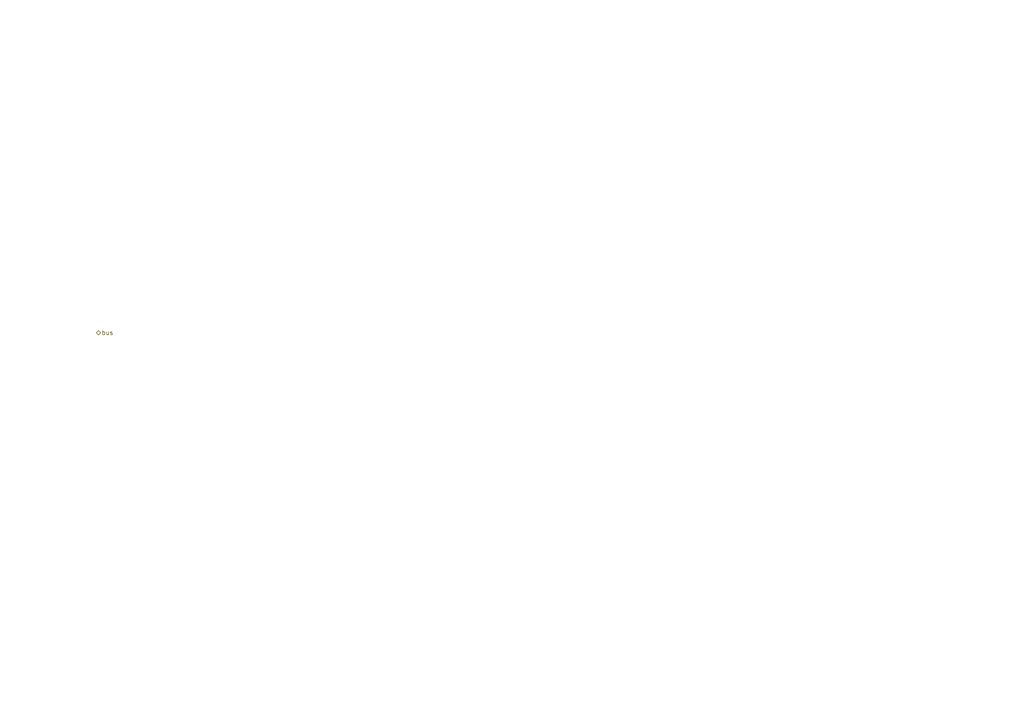
<source format=kicad_sch>
(kicad_sch
	(version 20231120)
	(generator "eeschema")
	(generator_version "8.0")
	(uuid "293a8ac2-ee59-435b-95fa-d41e0235532f")
	(paper "A4")
	(lib_symbols)
	(hierarchical_label "bus"
		(shape bidirectional)
		(at 27.94 96.52 0)
		(effects
			(font
				(size 1.27 1.27)
			)
			(justify left)
		)
		(uuid "ef220a56-e234-4fbd-8d91-1ed607282064")
	)
)

</source>
